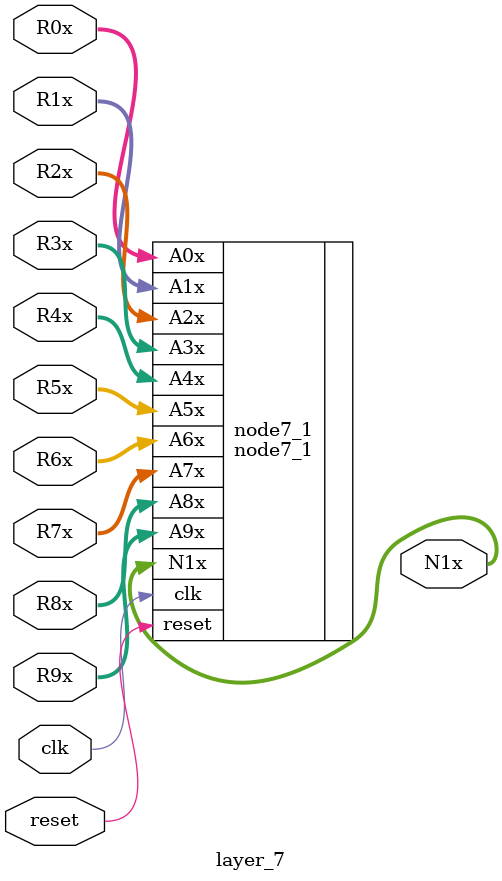
<source format=v>
module layer_7(reset,clk,N1x,R0x,R1x,R2x,R3x,R4x,R5x,R6x,R7x,R8x,R9x);
	input reset, clk; 
	output [23:0] N1x;
	input [23:0] R0x,R1x,R2x,R3x,R4x,R5x,R6x,R7x,R8x,R9x;

	node7_1 node7_1( 
		.A0x(R0x), 
		.A1x(R1x), 
		.A2x(R2x), 
		.A3x(R3x), 
		.A4x(R4x), 
		.A5x(R5x), 
		.A6x(R6x), 
		.A7x(R7x), 
		.A8x(R8x), 
		.A9x(R9x), 
		.clk(clk), 
		.reset(reset), 
		.N1x(N1x) 
	); 
endmodule

</source>
